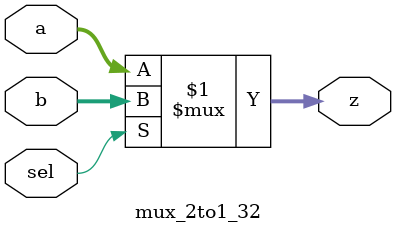
<source format=v>
module mux_2to1_32(
    input [31:0] a,
    input [31:0] b,
	 input sel,
    output [31:0] z
    );
assign z = sel ? b:a;
endmodule

</source>
